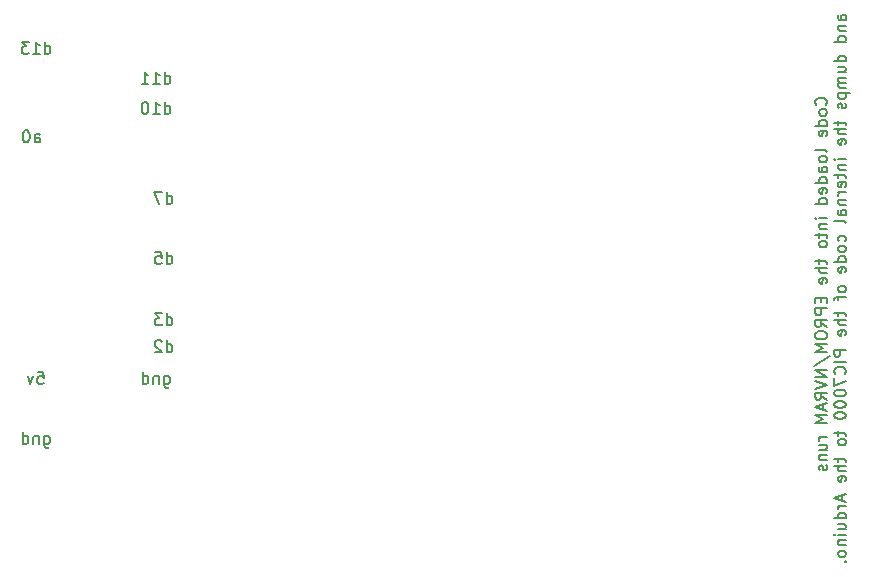
<source format=gbo>
%TF.GenerationSoftware,KiCad,Pcbnew,(6.0.0)*%
%TF.CreationDate,2023-01-31T14:46:14-05:00*%
%TF.ProjectId,dumper,64756d70-6572-42e6-9b69-6361645f7063,rev?*%
%TF.SameCoordinates,Original*%
%TF.FileFunction,Legend,Bot*%
%TF.FilePolarity,Positive*%
%FSLAX46Y46*%
G04 Gerber Fmt 4.6, Leading zero omitted, Abs format (unit mm)*
G04 Created by KiCad (PCBNEW (6.0.0)) date 2023-01-31 14:46:14*
%MOMM*%
%LPD*%
G01*
G04 APERTURE LIST*
%ADD10C,0.150000*%
%ADD11C,1.700000*%
%ADD12R,1.600000X1.600000*%
%ADD13O,1.600000X1.600000*%
%ADD14R,1.700000X1.700000*%
%ADD15C,1.600000*%
%ADD16R,1.295400X1.295400*%
%ADD17C,1.295400*%
%ADD18C,3.200000*%
%ADD19O,1.700000X1.700000*%
%ADD20R,1.800000X1.800000*%
%ADD21C,1.800000*%
G04 APERTURE END LIST*
D10*
X81335476Y-136310714D02*
X81335476Y-137120238D01*
X81383095Y-137215476D01*
X81430714Y-137263095D01*
X81525952Y-137310714D01*
X81668809Y-137310714D01*
X81764047Y-137263095D01*
X81335476Y-136929761D02*
X81430714Y-136977380D01*
X81621190Y-136977380D01*
X81716428Y-136929761D01*
X81764047Y-136882142D01*
X81811666Y-136786904D01*
X81811666Y-136501190D01*
X81764047Y-136405952D01*
X81716428Y-136358333D01*
X81621190Y-136310714D01*
X81430714Y-136310714D01*
X81335476Y-136358333D01*
X80859285Y-136310714D02*
X80859285Y-136977380D01*
X80859285Y-136405952D02*
X80811666Y-136358333D01*
X80716428Y-136310714D01*
X80573571Y-136310714D01*
X80478333Y-136358333D01*
X80430714Y-136453571D01*
X80430714Y-136977380D01*
X79525952Y-136977380D02*
X79525952Y-135977380D01*
X79525952Y-136929761D02*
X79621190Y-136977380D01*
X79811666Y-136977380D01*
X79906904Y-136929761D01*
X79954523Y-136882142D01*
X80002142Y-136786904D01*
X80002142Y-136501190D01*
X79954523Y-136405952D01*
X79906904Y-136358333D01*
X79811666Y-136310714D01*
X79621190Y-136310714D01*
X79525952Y-136358333D01*
X81383095Y-103957380D02*
X81383095Y-102957380D01*
X81383095Y-103909761D02*
X81478333Y-103957380D01*
X81668809Y-103957380D01*
X81764047Y-103909761D01*
X81811666Y-103862142D01*
X81859285Y-103766904D01*
X81859285Y-103481190D01*
X81811666Y-103385952D01*
X81764047Y-103338333D01*
X81668809Y-103290714D01*
X81478333Y-103290714D01*
X81383095Y-103338333D01*
X80383095Y-103957380D02*
X80954523Y-103957380D01*
X80668809Y-103957380D02*
X80668809Y-102957380D01*
X80764047Y-103100238D01*
X80859285Y-103195476D01*
X80954523Y-103243095D01*
X80049761Y-102957380D02*
X79430714Y-102957380D01*
X79764047Y-103338333D01*
X79621190Y-103338333D01*
X79525952Y-103385952D01*
X79478333Y-103433571D01*
X79430714Y-103528809D01*
X79430714Y-103766904D01*
X79478333Y-103862142D01*
X79525952Y-103909761D01*
X79621190Y-103957380D01*
X79906904Y-103957380D01*
X80002142Y-103909761D01*
X80049761Y-103862142D01*
X91543095Y-106497380D02*
X91543095Y-105497380D01*
X91543095Y-106449761D02*
X91638333Y-106497380D01*
X91828809Y-106497380D01*
X91924047Y-106449761D01*
X91971666Y-106402142D01*
X92019285Y-106306904D01*
X92019285Y-106021190D01*
X91971666Y-105925952D01*
X91924047Y-105878333D01*
X91828809Y-105830714D01*
X91638333Y-105830714D01*
X91543095Y-105878333D01*
X90543095Y-106497380D02*
X91114523Y-106497380D01*
X90828809Y-106497380D02*
X90828809Y-105497380D01*
X90924047Y-105640238D01*
X91019285Y-105735476D01*
X91114523Y-105783095D01*
X89590714Y-106497380D02*
X90162142Y-106497380D01*
X89876428Y-106497380D02*
X89876428Y-105497380D01*
X89971666Y-105640238D01*
X90066904Y-105735476D01*
X90162142Y-105783095D01*
X91701904Y-126944380D02*
X91701904Y-125944380D01*
X91701904Y-126896761D02*
X91797142Y-126944380D01*
X91987619Y-126944380D01*
X92082857Y-126896761D01*
X92130476Y-126849142D01*
X92178095Y-126753904D01*
X92178095Y-126468190D01*
X92130476Y-126372952D01*
X92082857Y-126325333D01*
X91987619Y-126277714D01*
X91797142Y-126277714D01*
X91701904Y-126325333D01*
X91320952Y-125944380D02*
X90701904Y-125944380D01*
X91035238Y-126325333D01*
X90892380Y-126325333D01*
X90797142Y-126372952D01*
X90749523Y-126420571D01*
X90701904Y-126515809D01*
X90701904Y-126753904D01*
X90749523Y-126849142D01*
X90797142Y-126896761D01*
X90892380Y-126944380D01*
X91178095Y-126944380D01*
X91273333Y-126896761D01*
X91320952Y-126849142D01*
X91543095Y-109037380D02*
X91543095Y-108037380D01*
X91543095Y-108989761D02*
X91638333Y-109037380D01*
X91828809Y-109037380D01*
X91924047Y-108989761D01*
X91971666Y-108942142D01*
X92019285Y-108846904D01*
X92019285Y-108561190D01*
X91971666Y-108465952D01*
X91924047Y-108418333D01*
X91828809Y-108370714D01*
X91638333Y-108370714D01*
X91543095Y-108418333D01*
X90543095Y-109037380D02*
X91114523Y-109037380D01*
X90828809Y-109037380D02*
X90828809Y-108037380D01*
X90924047Y-108180238D01*
X91019285Y-108275476D01*
X91114523Y-108323095D01*
X89924047Y-108037380D02*
X89828809Y-108037380D01*
X89733571Y-108085000D01*
X89685952Y-108132619D01*
X89638333Y-108227857D01*
X89590714Y-108418333D01*
X89590714Y-108656428D01*
X89638333Y-108846904D01*
X89685952Y-108942142D01*
X89733571Y-108989761D01*
X89828809Y-109037380D01*
X89924047Y-109037380D01*
X90019285Y-108989761D01*
X90066904Y-108942142D01*
X90114523Y-108846904D01*
X90162142Y-108656428D01*
X90162142Y-108418333D01*
X90114523Y-108227857D01*
X90066904Y-108132619D01*
X90019285Y-108085000D01*
X89924047Y-108037380D01*
X91701904Y-121737380D02*
X91701904Y-120737380D01*
X91701904Y-121689761D02*
X91797142Y-121737380D01*
X91987619Y-121737380D01*
X92082857Y-121689761D01*
X92130476Y-121642142D01*
X92178095Y-121546904D01*
X92178095Y-121261190D01*
X92130476Y-121165952D01*
X92082857Y-121118333D01*
X91987619Y-121070714D01*
X91797142Y-121070714D01*
X91701904Y-121118333D01*
X90749523Y-120737380D02*
X91225714Y-120737380D01*
X91273333Y-121213571D01*
X91225714Y-121165952D01*
X91130476Y-121118333D01*
X90892380Y-121118333D01*
X90797142Y-121165952D01*
X90749523Y-121213571D01*
X90701904Y-121308809D01*
X90701904Y-121546904D01*
X90749523Y-121642142D01*
X90797142Y-121689761D01*
X90892380Y-121737380D01*
X91130476Y-121737380D01*
X91225714Y-121689761D01*
X91273333Y-121642142D01*
X91495476Y-131230714D02*
X91495476Y-132040238D01*
X91543095Y-132135476D01*
X91590714Y-132183095D01*
X91685952Y-132230714D01*
X91828809Y-132230714D01*
X91924047Y-132183095D01*
X91495476Y-131849761D02*
X91590714Y-131897380D01*
X91781190Y-131897380D01*
X91876428Y-131849761D01*
X91924047Y-131802142D01*
X91971666Y-131706904D01*
X91971666Y-131421190D01*
X91924047Y-131325952D01*
X91876428Y-131278333D01*
X91781190Y-131230714D01*
X91590714Y-131230714D01*
X91495476Y-131278333D01*
X91019285Y-131230714D02*
X91019285Y-131897380D01*
X91019285Y-131325952D02*
X90971666Y-131278333D01*
X90876428Y-131230714D01*
X90733571Y-131230714D01*
X90638333Y-131278333D01*
X90590714Y-131373571D01*
X90590714Y-131897380D01*
X89685952Y-131897380D02*
X89685952Y-130897380D01*
X89685952Y-131849761D02*
X89781190Y-131897380D01*
X89971666Y-131897380D01*
X90066904Y-131849761D01*
X90114523Y-131802142D01*
X90162142Y-131706904D01*
X90162142Y-131421190D01*
X90114523Y-131325952D01*
X90066904Y-131278333D01*
X89971666Y-131230714D01*
X89781190Y-131230714D01*
X89685952Y-131278333D01*
X91701904Y-129230380D02*
X91701904Y-128230380D01*
X91701904Y-129182761D02*
X91797142Y-129230380D01*
X91987619Y-129230380D01*
X92082857Y-129182761D01*
X92130476Y-129135142D01*
X92178095Y-129039904D01*
X92178095Y-128754190D01*
X92130476Y-128658952D01*
X92082857Y-128611333D01*
X91987619Y-128563714D01*
X91797142Y-128563714D01*
X91701904Y-128611333D01*
X91273333Y-128325619D02*
X91225714Y-128278000D01*
X91130476Y-128230380D01*
X90892380Y-128230380D01*
X90797142Y-128278000D01*
X90749523Y-128325619D01*
X90701904Y-128420857D01*
X90701904Y-128516095D01*
X90749523Y-128658952D01*
X91320952Y-129230380D01*
X90701904Y-129230380D01*
X91701904Y-116657380D02*
X91701904Y-115657380D01*
X91701904Y-116609761D02*
X91797142Y-116657380D01*
X91987619Y-116657380D01*
X92082857Y-116609761D01*
X92130476Y-116562142D01*
X92178095Y-116466904D01*
X92178095Y-116181190D01*
X92130476Y-116085952D01*
X92082857Y-116038333D01*
X91987619Y-115990714D01*
X91797142Y-115990714D01*
X91701904Y-116038333D01*
X91320952Y-115657380D02*
X90654285Y-115657380D01*
X91082857Y-116657380D01*
X80787857Y-130897380D02*
X81264047Y-130897380D01*
X81311666Y-131373571D01*
X81264047Y-131325952D01*
X81168809Y-131278333D01*
X80930714Y-131278333D01*
X80835476Y-131325952D01*
X80787857Y-131373571D01*
X80740238Y-131468809D01*
X80740238Y-131706904D01*
X80787857Y-131802142D01*
X80835476Y-131849761D01*
X80930714Y-131897380D01*
X81168809Y-131897380D01*
X81264047Y-131849761D01*
X81311666Y-131802142D01*
X80406904Y-131230714D02*
X80168809Y-131897380D01*
X79930714Y-131230714D01*
X80525904Y-111450380D02*
X80525904Y-110926571D01*
X80573523Y-110831333D01*
X80668761Y-110783714D01*
X80859238Y-110783714D01*
X80954476Y-110831333D01*
X80525904Y-111402761D02*
X80621142Y-111450380D01*
X80859238Y-111450380D01*
X80954476Y-111402761D01*
X81002095Y-111307523D01*
X81002095Y-111212285D01*
X80954476Y-111117047D01*
X80859238Y-111069428D01*
X80621142Y-111069428D01*
X80525904Y-111021809D01*
X79859238Y-110450380D02*
X79764000Y-110450380D01*
X79668761Y-110498000D01*
X79621142Y-110545619D01*
X79573523Y-110640857D01*
X79525904Y-110831333D01*
X79525904Y-111069428D01*
X79573523Y-111259904D01*
X79621142Y-111355142D01*
X79668761Y-111402761D01*
X79764000Y-111450380D01*
X79859238Y-111450380D01*
X79954476Y-111402761D01*
X80002095Y-111355142D01*
X80049714Y-111259904D01*
X80097333Y-111069428D01*
X80097333Y-110831333D01*
X80049714Y-110640857D01*
X80002095Y-110545619D01*
X79954476Y-110498000D01*
X79859238Y-110450380D01*
X147507142Y-108277380D02*
X147554761Y-108229761D01*
X147602380Y-108086904D01*
X147602380Y-107991666D01*
X147554761Y-107848809D01*
X147459523Y-107753571D01*
X147364285Y-107705952D01*
X147173809Y-107658333D01*
X147030952Y-107658333D01*
X146840476Y-107705952D01*
X146745238Y-107753571D01*
X146650000Y-107848809D01*
X146602380Y-107991666D01*
X146602380Y-108086904D01*
X146650000Y-108229761D01*
X146697619Y-108277380D01*
X147602380Y-108848809D02*
X147554761Y-108753571D01*
X147507142Y-108705952D01*
X147411904Y-108658333D01*
X147126190Y-108658333D01*
X147030952Y-108705952D01*
X146983333Y-108753571D01*
X146935714Y-108848809D01*
X146935714Y-108991666D01*
X146983333Y-109086904D01*
X147030952Y-109134523D01*
X147126190Y-109182142D01*
X147411904Y-109182142D01*
X147507142Y-109134523D01*
X147554761Y-109086904D01*
X147602380Y-108991666D01*
X147602380Y-108848809D01*
X147602380Y-110039285D02*
X146602380Y-110039285D01*
X147554761Y-110039285D02*
X147602380Y-109944047D01*
X147602380Y-109753571D01*
X147554761Y-109658333D01*
X147507142Y-109610714D01*
X147411904Y-109563095D01*
X147126190Y-109563095D01*
X147030952Y-109610714D01*
X146983333Y-109658333D01*
X146935714Y-109753571D01*
X146935714Y-109944047D01*
X146983333Y-110039285D01*
X147554761Y-110896428D02*
X147602380Y-110801190D01*
X147602380Y-110610714D01*
X147554761Y-110515476D01*
X147459523Y-110467857D01*
X147078571Y-110467857D01*
X146983333Y-110515476D01*
X146935714Y-110610714D01*
X146935714Y-110801190D01*
X146983333Y-110896428D01*
X147078571Y-110944047D01*
X147173809Y-110944047D01*
X147269047Y-110467857D01*
X147602380Y-112277380D02*
X147554761Y-112182142D01*
X147459523Y-112134523D01*
X146602380Y-112134523D01*
X147602380Y-112801190D02*
X147554761Y-112705952D01*
X147507142Y-112658333D01*
X147411904Y-112610714D01*
X147126190Y-112610714D01*
X147030952Y-112658333D01*
X146983333Y-112705952D01*
X146935714Y-112801190D01*
X146935714Y-112944047D01*
X146983333Y-113039285D01*
X147030952Y-113086904D01*
X147126190Y-113134523D01*
X147411904Y-113134523D01*
X147507142Y-113086904D01*
X147554761Y-113039285D01*
X147602380Y-112944047D01*
X147602380Y-112801190D01*
X147602380Y-113991666D02*
X147078571Y-113991666D01*
X146983333Y-113944047D01*
X146935714Y-113848809D01*
X146935714Y-113658333D01*
X146983333Y-113563095D01*
X147554761Y-113991666D02*
X147602380Y-113896428D01*
X147602380Y-113658333D01*
X147554761Y-113563095D01*
X147459523Y-113515476D01*
X147364285Y-113515476D01*
X147269047Y-113563095D01*
X147221428Y-113658333D01*
X147221428Y-113896428D01*
X147173809Y-113991666D01*
X147602380Y-114896428D02*
X146602380Y-114896428D01*
X147554761Y-114896428D02*
X147602380Y-114801190D01*
X147602380Y-114610714D01*
X147554761Y-114515476D01*
X147507142Y-114467857D01*
X147411904Y-114420238D01*
X147126190Y-114420238D01*
X147030952Y-114467857D01*
X146983333Y-114515476D01*
X146935714Y-114610714D01*
X146935714Y-114801190D01*
X146983333Y-114896428D01*
X147554761Y-115753571D02*
X147602380Y-115658333D01*
X147602380Y-115467857D01*
X147554761Y-115372619D01*
X147459523Y-115325000D01*
X147078571Y-115325000D01*
X146983333Y-115372619D01*
X146935714Y-115467857D01*
X146935714Y-115658333D01*
X146983333Y-115753571D01*
X147078571Y-115801190D01*
X147173809Y-115801190D01*
X147269047Y-115325000D01*
X147602380Y-116658333D02*
X146602380Y-116658333D01*
X147554761Y-116658333D02*
X147602380Y-116563095D01*
X147602380Y-116372619D01*
X147554761Y-116277380D01*
X147507142Y-116229761D01*
X147411904Y-116182142D01*
X147126190Y-116182142D01*
X147030952Y-116229761D01*
X146983333Y-116277380D01*
X146935714Y-116372619D01*
X146935714Y-116563095D01*
X146983333Y-116658333D01*
X147602380Y-117896428D02*
X146935714Y-117896428D01*
X146602380Y-117896428D02*
X146650000Y-117848809D01*
X146697619Y-117896428D01*
X146650000Y-117944047D01*
X146602380Y-117896428D01*
X146697619Y-117896428D01*
X146935714Y-118372619D02*
X147602380Y-118372619D01*
X147030952Y-118372619D02*
X146983333Y-118420238D01*
X146935714Y-118515476D01*
X146935714Y-118658333D01*
X146983333Y-118753571D01*
X147078571Y-118801190D01*
X147602380Y-118801190D01*
X146935714Y-119134523D02*
X146935714Y-119515476D01*
X146602380Y-119277380D02*
X147459523Y-119277380D01*
X147554761Y-119325000D01*
X147602380Y-119420238D01*
X147602380Y-119515476D01*
X147602380Y-119991666D02*
X147554761Y-119896428D01*
X147507142Y-119848809D01*
X147411904Y-119801190D01*
X147126190Y-119801190D01*
X147030952Y-119848809D01*
X146983333Y-119896428D01*
X146935714Y-119991666D01*
X146935714Y-120134523D01*
X146983333Y-120229761D01*
X147030952Y-120277380D01*
X147126190Y-120325000D01*
X147411904Y-120325000D01*
X147507142Y-120277380D01*
X147554761Y-120229761D01*
X147602380Y-120134523D01*
X147602380Y-119991666D01*
X146935714Y-121372619D02*
X146935714Y-121753571D01*
X146602380Y-121515476D02*
X147459523Y-121515476D01*
X147554761Y-121563095D01*
X147602380Y-121658333D01*
X147602380Y-121753571D01*
X147602380Y-122086904D02*
X146602380Y-122086904D01*
X147602380Y-122515476D02*
X147078571Y-122515476D01*
X146983333Y-122467857D01*
X146935714Y-122372619D01*
X146935714Y-122229761D01*
X146983333Y-122134523D01*
X147030952Y-122086904D01*
X147554761Y-123372619D02*
X147602380Y-123277380D01*
X147602380Y-123086904D01*
X147554761Y-122991666D01*
X147459523Y-122944047D01*
X147078571Y-122944047D01*
X146983333Y-122991666D01*
X146935714Y-123086904D01*
X146935714Y-123277380D01*
X146983333Y-123372619D01*
X147078571Y-123420238D01*
X147173809Y-123420238D01*
X147269047Y-122944047D01*
X147078571Y-124610714D02*
X147078571Y-124944047D01*
X147602380Y-125086904D02*
X147602380Y-124610714D01*
X146602380Y-124610714D01*
X146602380Y-125086904D01*
X147602380Y-125515476D02*
X146602380Y-125515476D01*
X146602380Y-125896428D01*
X146650000Y-125991666D01*
X146697619Y-126039285D01*
X146792857Y-126086904D01*
X146935714Y-126086904D01*
X147030952Y-126039285D01*
X147078571Y-125991666D01*
X147126190Y-125896428D01*
X147126190Y-125515476D01*
X147602380Y-127086904D02*
X147126190Y-126753571D01*
X147602380Y-126515476D02*
X146602380Y-126515476D01*
X146602380Y-126896428D01*
X146650000Y-126991666D01*
X146697619Y-127039285D01*
X146792857Y-127086904D01*
X146935714Y-127086904D01*
X147030952Y-127039285D01*
X147078571Y-126991666D01*
X147126190Y-126896428D01*
X147126190Y-126515476D01*
X146602380Y-127705952D02*
X146602380Y-127896428D01*
X146650000Y-127991666D01*
X146745238Y-128086904D01*
X146935714Y-128134523D01*
X147269047Y-128134523D01*
X147459523Y-128086904D01*
X147554761Y-127991666D01*
X147602380Y-127896428D01*
X147602380Y-127705952D01*
X147554761Y-127610714D01*
X147459523Y-127515476D01*
X147269047Y-127467857D01*
X146935714Y-127467857D01*
X146745238Y-127515476D01*
X146650000Y-127610714D01*
X146602380Y-127705952D01*
X147602380Y-128563095D02*
X146602380Y-128563095D01*
X147316666Y-128896428D01*
X146602380Y-129229761D01*
X147602380Y-129229761D01*
X146554761Y-130420238D02*
X147840476Y-129563095D01*
X147602380Y-130753571D02*
X146602380Y-130753571D01*
X147602380Y-131324999D01*
X146602380Y-131324999D01*
X146602380Y-131658333D02*
X147602380Y-131991666D01*
X146602380Y-132324999D01*
X147602380Y-133229761D02*
X147126190Y-132896428D01*
X147602380Y-132658333D02*
X146602380Y-132658333D01*
X146602380Y-133039285D01*
X146650000Y-133134523D01*
X146697619Y-133182142D01*
X146792857Y-133229761D01*
X146935714Y-133229761D01*
X147030952Y-133182142D01*
X147078571Y-133134523D01*
X147126190Y-133039285D01*
X147126190Y-132658333D01*
X147316666Y-133610714D02*
X147316666Y-134086904D01*
X147602380Y-133515476D02*
X146602380Y-133848809D01*
X147602380Y-134182142D01*
X147602380Y-134515476D02*
X146602380Y-134515476D01*
X147316666Y-134848809D01*
X146602380Y-135182142D01*
X147602380Y-135182142D01*
X147602380Y-136420238D02*
X146935714Y-136420238D01*
X147126190Y-136420238D02*
X147030952Y-136467857D01*
X146983333Y-136515476D01*
X146935714Y-136610714D01*
X146935714Y-136705952D01*
X146935714Y-137467857D02*
X147602380Y-137467857D01*
X146935714Y-137039285D02*
X147459523Y-137039285D01*
X147554761Y-137086904D01*
X147602380Y-137182142D01*
X147602380Y-137325000D01*
X147554761Y-137420238D01*
X147507142Y-137467857D01*
X146935714Y-137944047D02*
X147602380Y-137944047D01*
X147030952Y-137944047D02*
X146983333Y-137991666D01*
X146935714Y-138086904D01*
X146935714Y-138229761D01*
X146983333Y-138325000D01*
X147078571Y-138372619D01*
X147602380Y-138372619D01*
X147554761Y-138801190D02*
X147602380Y-138896428D01*
X147602380Y-139086904D01*
X147554761Y-139182142D01*
X147459523Y-139229761D01*
X147411904Y-139229761D01*
X147316666Y-139182142D01*
X147269047Y-139086904D01*
X147269047Y-138944047D01*
X147221428Y-138848809D01*
X147126190Y-138801190D01*
X147078571Y-138801190D01*
X146983333Y-138848809D01*
X146935714Y-138944047D01*
X146935714Y-139086904D01*
X146983333Y-139182142D01*
X149212380Y-101110714D02*
X148688571Y-101110714D01*
X148593333Y-101063095D01*
X148545714Y-100967857D01*
X148545714Y-100777380D01*
X148593333Y-100682142D01*
X149164761Y-101110714D02*
X149212380Y-101015476D01*
X149212380Y-100777380D01*
X149164761Y-100682142D01*
X149069523Y-100634523D01*
X148974285Y-100634523D01*
X148879047Y-100682142D01*
X148831428Y-100777380D01*
X148831428Y-101015476D01*
X148783809Y-101110714D01*
X148545714Y-101586904D02*
X149212380Y-101586904D01*
X148640952Y-101586904D02*
X148593333Y-101634523D01*
X148545714Y-101729761D01*
X148545714Y-101872619D01*
X148593333Y-101967857D01*
X148688571Y-102015476D01*
X149212380Y-102015476D01*
X149212380Y-102920238D02*
X148212380Y-102920238D01*
X149164761Y-102920238D02*
X149212380Y-102825000D01*
X149212380Y-102634523D01*
X149164761Y-102539285D01*
X149117142Y-102491666D01*
X149021904Y-102444047D01*
X148736190Y-102444047D01*
X148640952Y-102491666D01*
X148593333Y-102539285D01*
X148545714Y-102634523D01*
X148545714Y-102825000D01*
X148593333Y-102920238D01*
X149212380Y-104586904D02*
X148212380Y-104586904D01*
X149164761Y-104586904D02*
X149212380Y-104491666D01*
X149212380Y-104301190D01*
X149164761Y-104205952D01*
X149117142Y-104158333D01*
X149021904Y-104110714D01*
X148736190Y-104110714D01*
X148640952Y-104158333D01*
X148593333Y-104205952D01*
X148545714Y-104301190D01*
X148545714Y-104491666D01*
X148593333Y-104586904D01*
X148545714Y-105491666D02*
X149212380Y-105491666D01*
X148545714Y-105063095D02*
X149069523Y-105063095D01*
X149164761Y-105110714D01*
X149212380Y-105205952D01*
X149212380Y-105348809D01*
X149164761Y-105444047D01*
X149117142Y-105491666D01*
X149212380Y-105967857D02*
X148545714Y-105967857D01*
X148640952Y-105967857D02*
X148593333Y-106015476D01*
X148545714Y-106110714D01*
X148545714Y-106253571D01*
X148593333Y-106348809D01*
X148688571Y-106396428D01*
X149212380Y-106396428D01*
X148688571Y-106396428D02*
X148593333Y-106444047D01*
X148545714Y-106539285D01*
X148545714Y-106682142D01*
X148593333Y-106777380D01*
X148688571Y-106825000D01*
X149212380Y-106825000D01*
X148545714Y-107301190D02*
X149545714Y-107301190D01*
X148593333Y-107301190D02*
X148545714Y-107396428D01*
X148545714Y-107586904D01*
X148593333Y-107682142D01*
X148640952Y-107729761D01*
X148736190Y-107777380D01*
X149021904Y-107777380D01*
X149117142Y-107729761D01*
X149164761Y-107682142D01*
X149212380Y-107586904D01*
X149212380Y-107396428D01*
X149164761Y-107301190D01*
X149164761Y-108158333D02*
X149212380Y-108253571D01*
X149212380Y-108444047D01*
X149164761Y-108539285D01*
X149069523Y-108586904D01*
X149021904Y-108586904D01*
X148926666Y-108539285D01*
X148879047Y-108444047D01*
X148879047Y-108301190D01*
X148831428Y-108205952D01*
X148736190Y-108158333D01*
X148688571Y-108158333D01*
X148593333Y-108205952D01*
X148545714Y-108301190D01*
X148545714Y-108444047D01*
X148593333Y-108539285D01*
X148545714Y-109634523D02*
X148545714Y-110015476D01*
X148212380Y-109777380D02*
X149069523Y-109777380D01*
X149164761Y-109825000D01*
X149212380Y-109920238D01*
X149212380Y-110015476D01*
X149212380Y-110348809D02*
X148212380Y-110348809D01*
X149212380Y-110777380D02*
X148688571Y-110777380D01*
X148593333Y-110729761D01*
X148545714Y-110634523D01*
X148545714Y-110491666D01*
X148593333Y-110396428D01*
X148640952Y-110348809D01*
X149164761Y-111634523D02*
X149212380Y-111539285D01*
X149212380Y-111348809D01*
X149164761Y-111253571D01*
X149069523Y-111205952D01*
X148688571Y-111205952D01*
X148593333Y-111253571D01*
X148545714Y-111348809D01*
X148545714Y-111539285D01*
X148593333Y-111634523D01*
X148688571Y-111682142D01*
X148783809Y-111682142D01*
X148879047Y-111205952D01*
X149212380Y-112872619D02*
X148545714Y-112872619D01*
X148212380Y-112872619D02*
X148260000Y-112825000D01*
X148307619Y-112872619D01*
X148260000Y-112920238D01*
X148212380Y-112872619D01*
X148307619Y-112872619D01*
X148545714Y-113348809D02*
X149212380Y-113348809D01*
X148640952Y-113348809D02*
X148593333Y-113396428D01*
X148545714Y-113491666D01*
X148545714Y-113634523D01*
X148593333Y-113729761D01*
X148688571Y-113777380D01*
X149212380Y-113777380D01*
X148545714Y-114110714D02*
X148545714Y-114491666D01*
X148212380Y-114253571D02*
X149069523Y-114253571D01*
X149164761Y-114301190D01*
X149212380Y-114396428D01*
X149212380Y-114491666D01*
X149164761Y-115205952D02*
X149212380Y-115110714D01*
X149212380Y-114920238D01*
X149164761Y-114825000D01*
X149069523Y-114777380D01*
X148688571Y-114777380D01*
X148593333Y-114825000D01*
X148545714Y-114920238D01*
X148545714Y-115110714D01*
X148593333Y-115205952D01*
X148688571Y-115253571D01*
X148783809Y-115253571D01*
X148879047Y-114777380D01*
X149212380Y-115682142D02*
X148545714Y-115682142D01*
X148736190Y-115682142D02*
X148640952Y-115729761D01*
X148593333Y-115777380D01*
X148545714Y-115872619D01*
X148545714Y-115967857D01*
X148545714Y-116301190D02*
X149212380Y-116301190D01*
X148640952Y-116301190D02*
X148593333Y-116348809D01*
X148545714Y-116444047D01*
X148545714Y-116586904D01*
X148593333Y-116682142D01*
X148688571Y-116729761D01*
X149212380Y-116729761D01*
X149212380Y-117634523D02*
X148688571Y-117634523D01*
X148593333Y-117586904D01*
X148545714Y-117491666D01*
X148545714Y-117301190D01*
X148593333Y-117205952D01*
X149164761Y-117634523D02*
X149212380Y-117539285D01*
X149212380Y-117301190D01*
X149164761Y-117205952D01*
X149069523Y-117158333D01*
X148974285Y-117158333D01*
X148879047Y-117205952D01*
X148831428Y-117301190D01*
X148831428Y-117539285D01*
X148783809Y-117634523D01*
X149212380Y-118253571D02*
X149164761Y-118158333D01*
X149069523Y-118110714D01*
X148212380Y-118110714D01*
X149164761Y-119825000D02*
X149212380Y-119729761D01*
X149212380Y-119539285D01*
X149164761Y-119444047D01*
X149117142Y-119396428D01*
X149021904Y-119348809D01*
X148736190Y-119348809D01*
X148640952Y-119396428D01*
X148593333Y-119444047D01*
X148545714Y-119539285D01*
X148545714Y-119729761D01*
X148593333Y-119825000D01*
X149212380Y-120396428D02*
X149164761Y-120301190D01*
X149117142Y-120253571D01*
X149021904Y-120205952D01*
X148736190Y-120205952D01*
X148640952Y-120253571D01*
X148593333Y-120301190D01*
X148545714Y-120396428D01*
X148545714Y-120539285D01*
X148593333Y-120634523D01*
X148640952Y-120682142D01*
X148736190Y-120729761D01*
X149021904Y-120729761D01*
X149117142Y-120682142D01*
X149164761Y-120634523D01*
X149212380Y-120539285D01*
X149212380Y-120396428D01*
X149212380Y-121586904D02*
X148212380Y-121586904D01*
X149164761Y-121586904D02*
X149212380Y-121491666D01*
X149212380Y-121301190D01*
X149164761Y-121205952D01*
X149117142Y-121158333D01*
X149021904Y-121110714D01*
X148736190Y-121110714D01*
X148640952Y-121158333D01*
X148593333Y-121205952D01*
X148545714Y-121301190D01*
X148545714Y-121491666D01*
X148593333Y-121586904D01*
X149164761Y-122444047D02*
X149212380Y-122348809D01*
X149212380Y-122158333D01*
X149164761Y-122063095D01*
X149069523Y-122015476D01*
X148688571Y-122015476D01*
X148593333Y-122063095D01*
X148545714Y-122158333D01*
X148545714Y-122348809D01*
X148593333Y-122444047D01*
X148688571Y-122491666D01*
X148783809Y-122491666D01*
X148879047Y-122015476D01*
X149212380Y-123825000D02*
X149164761Y-123729761D01*
X149117142Y-123682142D01*
X149021904Y-123634523D01*
X148736190Y-123634523D01*
X148640952Y-123682142D01*
X148593333Y-123729761D01*
X148545714Y-123825000D01*
X148545714Y-123967857D01*
X148593333Y-124063095D01*
X148640952Y-124110714D01*
X148736190Y-124158333D01*
X149021904Y-124158333D01*
X149117142Y-124110714D01*
X149164761Y-124063095D01*
X149212380Y-123967857D01*
X149212380Y-123825000D01*
X148545714Y-124444047D02*
X148545714Y-124825000D01*
X149212380Y-124586904D02*
X148355238Y-124586904D01*
X148260000Y-124634523D01*
X148212380Y-124729761D01*
X148212380Y-124825000D01*
X148545714Y-125777380D02*
X148545714Y-126158333D01*
X148212380Y-125920238D02*
X149069523Y-125920238D01*
X149164761Y-125967857D01*
X149212380Y-126063095D01*
X149212380Y-126158333D01*
X149212380Y-126491666D02*
X148212380Y-126491666D01*
X149212380Y-126920238D02*
X148688571Y-126920238D01*
X148593333Y-126872619D01*
X148545714Y-126777380D01*
X148545714Y-126634523D01*
X148593333Y-126539285D01*
X148640952Y-126491666D01*
X149164761Y-127777380D02*
X149212380Y-127682142D01*
X149212380Y-127491666D01*
X149164761Y-127396428D01*
X149069523Y-127348809D01*
X148688571Y-127348809D01*
X148593333Y-127396428D01*
X148545714Y-127491666D01*
X148545714Y-127682142D01*
X148593333Y-127777380D01*
X148688571Y-127825000D01*
X148783809Y-127825000D01*
X148879047Y-127348809D01*
X149212380Y-129015476D02*
X148212380Y-129015476D01*
X148212380Y-129396428D01*
X148260000Y-129491666D01*
X148307619Y-129539285D01*
X148402857Y-129586904D01*
X148545714Y-129586904D01*
X148640952Y-129539285D01*
X148688571Y-129491666D01*
X148736190Y-129396428D01*
X148736190Y-129015476D01*
X149212380Y-130015476D02*
X148212380Y-130015476D01*
X149117142Y-131063095D02*
X149164761Y-131015476D01*
X149212380Y-130872619D01*
X149212380Y-130777380D01*
X149164761Y-130634523D01*
X149069523Y-130539285D01*
X148974285Y-130491666D01*
X148783809Y-130444047D01*
X148640952Y-130444047D01*
X148450476Y-130491666D01*
X148355238Y-130539285D01*
X148260000Y-130634523D01*
X148212380Y-130777380D01*
X148212380Y-130872619D01*
X148260000Y-131015476D01*
X148307619Y-131063095D01*
X148212380Y-131396428D02*
X148212380Y-132063095D01*
X149212380Y-131634523D01*
X148212380Y-132634523D02*
X148212380Y-132729761D01*
X148260000Y-132825000D01*
X148307619Y-132872619D01*
X148402857Y-132920238D01*
X148593333Y-132967857D01*
X148831428Y-132967857D01*
X149021904Y-132920238D01*
X149117142Y-132872619D01*
X149164761Y-132825000D01*
X149212380Y-132729761D01*
X149212380Y-132634523D01*
X149164761Y-132539285D01*
X149117142Y-132491666D01*
X149021904Y-132444047D01*
X148831428Y-132396428D01*
X148593333Y-132396428D01*
X148402857Y-132444047D01*
X148307619Y-132491666D01*
X148260000Y-132539285D01*
X148212380Y-132634523D01*
X148212380Y-133586904D02*
X148212380Y-133682142D01*
X148260000Y-133777380D01*
X148307619Y-133825000D01*
X148402857Y-133872619D01*
X148593333Y-133920238D01*
X148831428Y-133920238D01*
X149021904Y-133872619D01*
X149117142Y-133825000D01*
X149164761Y-133777380D01*
X149212380Y-133682142D01*
X149212380Y-133586904D01*
X149164761Y-133491666D01*
X149117142Y-133444047D01*
X149021904Y-133396428D01*
X148831428Y-133348809D01*
X148593333Y-133348809D01*
X148402857Y-133396428D01*
X148307619Y-133444047D01*
X148260000Y-133491666D01*
X148212380Y-133586904D01*
X148212380Y-134539285D02*
X148212380Y-134634523D01*
X148260000Y-134729761D01*
X148307619Y-134777380D01*
X148402857Y-134825000D01*
X148593333Y-134872619D01*
X148831428Y-134872619D01*
X149021904Y-134825000D01*
X149117142Y-134777380D01*
X149164761Y-134729761D01*
X149212380Y-134634523D01*
X149212380Y-134539285D01*
X149164761Y-134444047D01*
X149117142Y-134396428D01*
X149021904Y-134348809D01*
X148831428Y-134301190D01*
X148593333Y-134301190D01*
X148402857Y-134348809D01*
X148307619Y-134396428D01*
X148260000Y-134444047D01*
X148212380Y-134539285D01*
X148545714Y-135920238D02*
X148545714Y-136301190D01*
X148212380Y-136063095D02*
X149069523Y-136063095D01*
X149164761Y-136110714D01*
X149212380Y-136205952D01*
X149212380Y-136301190D01*
X149212380Y-136777380D02*
X149164761Y-136682142D01*
X149117142Y-136634523D01*
X149021904Y-136586904D01*
X148736190Y-136586904D01*
X148640952Y-136634523D01*
X148593333Y-136682142D01*
X148545714Y-136777380D01*
X148545714Y-136920238D01*
X148593333Y-137015476D01*
X148640952Y-137063095D01*
X148736190Y-137110714D01*
X149021904Y-137110714D01*
X149117142Y-137063095D01*
X149164761Y-137015476D01*
X149212380Y-136920238D01*
X149212380Y-136777380D01*
X148545714Y-138158333D02*
X148545714Y-138539285D01*
X148212380Y-138301190D02*
X149069523Y-138301190D01*
X149164761Y-138348809D01*
X149212380Y-138444047D01*
X149212380Y-138539285D01*
X149212380Y-138872619D02*
X148212380Y-138872619D01*
X149212380Y-139301190D02*
X148688571Y-139301190D01*
X148593333Y-139253571D01*
X148545714Y-139158333D01*
X148545714Y-139015476D01*
X148593333Y-138920238D01*
X148640952Y-138872619D01*
X149164761Y-140158333D02*
X149212380Y-140063095D01*
X149212380Y-139872619D01*
X149164761Y-139777380D01*
X149069523Y-139729761D01*
X148688571Y-139729761D01*
X148593333Y-139777380D01*
X148545714Y-139872619D01*
X148545714Y-140063095D01*
X148593333Y-140158333D01*
X148688571Y-140205952D01*
X148783809Y-140205952D01*
X148879047Y-139729761D01*
X148926666Y-141348809D02*
X148926666Y-141825000D01*
X149212380Y-141253571D02*
X148212380Y-141586904D01*
X149212380Y-141920238D01*
X149212380Y-142253571D02*
X148545714Y-142253571D01*
X148736190Y-142253571D02*
X148640952Y-142301190D01*
X148593333Y-142348809D01*
X148545714Y-142444047D01*
X148545714Y-142539285D01*
X149212380Y-143301190D02*
X148212380Y-143301190D01*
X149164761Y-143301190D02*
X149212380Y-143205952D01*
X149212380Y-143015476D01*
X149164761Y-142920238D01*
X149117142Y-142872619D01*
X149021904Y-142825000D01*
X148736190Y-142825000D01*
X148640952Y-142872619D01*
X148593333Y-142920238D01*
X148545714Y-143015476D01*
X148545714Y-143205952D01*
X148593333Y-143301190D01*
X148545714Y-144205952D02*
X149212380Y-144205952D01*
X148545714Y-143777380D02*
X149069523Y-143777380D01*
X149164761Y-143825000D01*
X149212380Y-143920238D01*
X149212380Y-144063095D01*
X149164761Y-144158333D01*
X149117142Y-144205952D01*
X149212380Y-144682142D02*
X148545714Y-144682142D01*
X148212380Y-144682142D02*
X148260000Y-144634523D01*
X148307619Y-144682142D01*
X148260000Y-144729761D01*
X148212380Y-144682142D01*
X148307619Y-144682142D01*
X148545714Y-145158333D02*
X149212380Y-145158333D01*
X148640952Y-145158333D02*
X148593333Y-145205952D01*
X148545714Y-145301190D01*
X148545714Y-145444047D01*
X148593333Y-145539285D01*
X148688571Y-145586904D01*
X149212380Y-145586904D01*
X149212380Y-146205952D02*
X149164761Y-146110714D01*
X149117142Y-146063095D01*
X149021904Y-146015476D01*
X148736190Y-146015476D01*
X148640952Y-146063095D01*
X148593333Y-146110714D01*
X148545714Y-146205952D01*
X148545714Y-146348809D01*
X148593333Y-146444047D01*
X148640952Y-146491666D01*
X148736190Y-146539285D01*
X149021904Y-146539285D01*
X149117142Y-146491666D01*
X149164761Y-146444047D01*
X149212380Y-146348809D01*
X149212380Y-146205952D01*
X149117142Y-146967857D02*
X149164761Y-147015476D01*
X149212380Y-146967857D01*
X149164761Y-146920238D01*
X149117142Y-146967857D01*
X149212380Y-146967857D01*
%LPC*%
D11*
%TO.C,SW1*%
X93293000Y-148808000D03*
X86793000Y-148808000D03*
X93293000Y-144308000D03*
X86793000Y-144308000D03*
%TD*%
D12*
%TO.C,U4*%
X104770000Y-98430000D03*
D13*
X104770000Y-100970000D03*
X104770000Y-103510000D03*
X104770000Y-106050000D03*
X104770000Y-108590000D03*
X104770000Y-111130000D03*
X104770000Y-113670000D03*
X104770000Y-116210000D03*
X104770000Y-118750000D03*
X104770000Y-121290000D03*
X104770000Y-123830000D03*
X104770000Y-126370000D03*
X104770000Y-128910000D03*
X104770000Y-131450000D03*
X104770000Y-133990000D03*
X104770000Y-136530000D03*
X104770000Y-139070000D03*
X104770000Y-141610000D03*
X104770000Y-144150000D03*
X104770000Y-146690000D03*
X120010000Y-146690000D03*
X120010000Y-144150000D03*
X120010000Y-141610000D03*
X120010000Y-139070000D03*
X120010000Y-136530000D03*
X120010000Y-133990000D03*
X120010000Y-131450000D03*
X120010000Y-128910000D03*
X120010000Y-126370000D03*
X120010000Y-123830000D03*
X120010000Y-121290000D03*
X120010000Y-118750000D03*
X120010000Y-116210000D03*
X120010000Y-113670000D03*
X120010000Y-111130000D03*
X120010000Y-108590000D03*
X120010000Y-106050000D03*
X120010000Y-103510000D03*
X120010000Y-100970000D03*
X120010000Y-98430000D03*
%TD*%
D12*
%TO.C,A1*%
X93345000Y-139065000D03*
D13*
X93345000Y-136525000D03*
X93345000Y-133985000D03*
X93345000Y-131445000D03*
X93345000Y-128905000D03*
X93345000Y-126365000D03*
X93345000Y-123825000D03*
X93345000Y-121285000D03*
X93345000Y-118745000D03*
X93345000Y-116205000D03*
X93345000Y-113665000D03*
X93345000Y-111125000D03*
X93345000Y-108585000D03*
X93345000Y-106045000D03*
X93345000Y-103505000D03*
X78105000Y-103505000D03*
X78105000Y-106045000D03*
X78105000Y-108585000D03*
X78105000Y-111125000D03*
X78105000Y-113665000D03*
X78105000Y-116205000D03*
X78105000Y-118745000D03*
X78105000Y-121285000D03*
X78105000Y-123825000D03*
X78105000Y-126365000D03*
X78105000Y-128905000D03*
X78105000Y-131445000D03*
X78105000Y-133985000D03*
X78105000Y-136525000D03*
X78105000Y-139065000D03*
%TD*%
D14*
%TO.C,J6*%
X97155000Y-111125000D03*
%TD*%
%TO.C,J2*%
X101092000Y-136525000D03*
%TD*%
%TO.C,J8*%
X98552000Y-136525000D03*
%TD*%
%TO.C,J10*%
X97155000Y-116840000D03*
%TD*%
D15*
%TO.C,R1*%
X96618000Y-141605000D03*
D13*
X99158000Y-141605000D03*
%TD*%
D14*
%TO.C,J1*%
X100965000Y-131445000D03*
%TD*%
%TO.C,J11*%
X99695000Y-116840000D03*
%TD*%
D16*
%TO.C,U2*%
X142230000Y-104140000D03*
D17*
X142230000Y-106680000D03*
X142230000Y-109220000D03*
X142230000Y-111760000D03*
X142230000Y-114300000D03*
X142230000Y-116840000D03*
X142230000Y-119380000D03*
X142230000Y-121920000D03*
X142230000Y-124460000D03*
X142230000Y-127000000D03*
X142230000Y-129540000D03*
X142230000Y-132080000D03*
X142230000Y-134620000D03*
X142230000Y-137160000D03*
X157470000Y-137160000D03*
X157470000Y-134620000D03*
X157470000Y-132080000D03*
X157470000Y-129540000D03*
X157470000Y-127000000D03*
X157470000Y-124460000D03*
X157470000Y-121920000D03*
X157470000Y-119380000D03*
X157470000Y-116840000D03*
X157470000Y-114300000D03*
X157470000Y-111760000D03*
X157470000Y-109220000D03*
X157470000Y-106680000D03*
X157470000Y-104140000D03*
%TD*%
D14*
%TO.C,J4*%
X99695000Y-111125000D03*
%TD*%
%TO.C,J7*%
X97155000Y-106045000D03*
%TD*%
D18*
%TO.C,REF\u002A\u002A*%
X78105000Y-98425000D03*
%TD*%
D15*
%TO.C,C1*%
X125095000Y-136525000D03*
D13*
X125095000Y-144025000D03*
%TD*%
D18*
%TO.C,REF\u002A\u002A*%
X160645000Y-146685000D03*
%TD*%
D12*
%TO.C,U3*%
X125730000Y-106045000D03*
D13*
X125730000Y-108585000D03*
X125730000Y-111125000D03*
X125730000Y-113665000D03*
X125730000Y-116205000D03*
X125730000Y-118745000D03*
X125730000Y-121285000D03*
X125730000Y-123825000D03*
X125730000Y-126365000D03*
X125730000Y-128905000D03*
X133350000Y-128905000D03*
X133350000Y-126365000D03*
X133350000Y-123825000D03*
X133350000Y-121285000D03*
X133350000Y-118745000D03*
X133350000Y-116205000D03*
X133350000Y-113665000D03*
X133350000Y-111125000D03*
X133350000Y-108585000D03*
X133350000Y-106045000D03*
%TD*%
D14*
%TO.C,J3*%
X99695000Y-106045000D03*
%TD*%
%TO.C,J5*%
X161280000Y-114300000D03*
D19*
X161280000Y-116840000D03*
X161280000Y-119380000D03*
%TD*%
D20*
%TO.C,D1*%
X96515000Y-146685000D03*
D21*
X99055000Y-146685000D03*
%TD*%
D15*
%TO.C,R2*%
X122555000Y-104775000D03*
D13*
X122555000Y-107315000D03*
%TD*%
D15*
%TO.C,C2*%
X83947000Y-148911000D03*
D13*
X83947000Y-141411000D03*
%TD*%
D18*
%TO.C,REF\u002A\u002A*%
X160645000Y-98425000D03*
%TD*%
%TO.C,REF\u002A\u002A*%
X78105000Y-146685000D03*
%TD*%
D14*
%TO.C,J9*%
X98425000Y-131445000D03*
%TD*%
M02*

</source>
